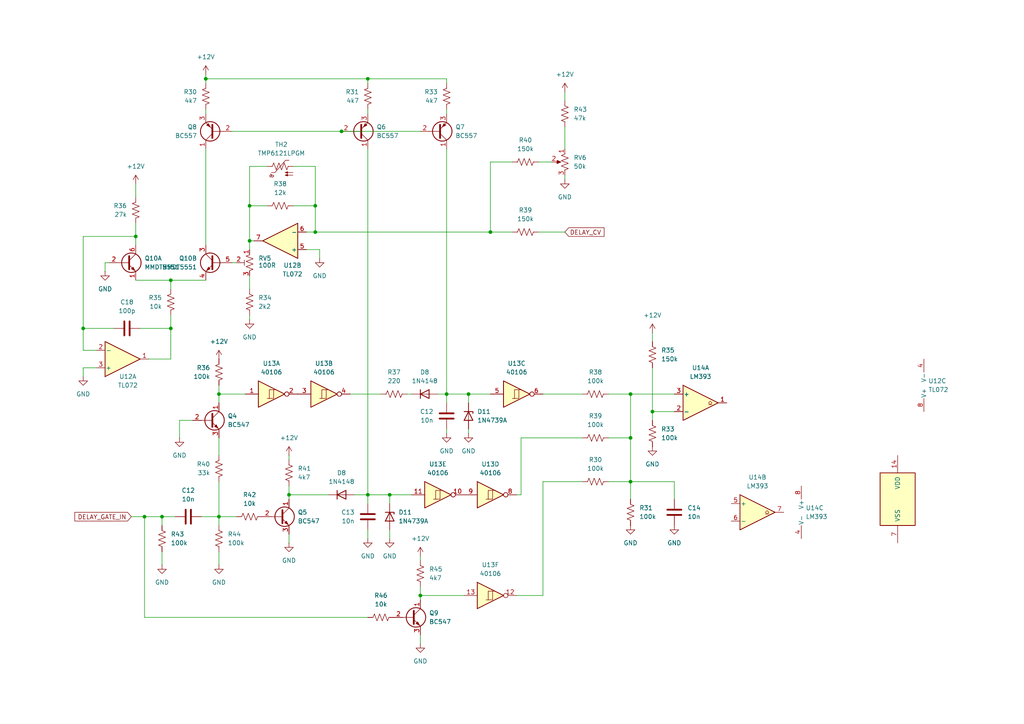
<source format=kicad_sch>
(kicad_sch (version 20250114) (generator "eeschema") (generator_version "9.0")
  (paper "A4")
  (text "vb1" (at -71.374 10.922 0) (effects (font (size 1.27 1.27))))
  (text "ip" (at -122.174 78.486 0) (effects (font (size 1.27 1.27))))
  (text "VL" (at -90.678 36.322 0) (effects (font (size 1.27 1.27))))
  (text "vin" (at -2.54 -2.54 0) (effects (font (size 1.27 1.27))))
  (text "ve" (at -58.42 13.208 0) (effects (font (size 1.27 1.27))))
  (text "vb2" (at -45.466 10.922 0) (effects (font (size 1.27 1.27))))
  (text "ip" (at -48.514 -10.414 0) (effects (font (size 1.27 1.27))))
  (junction (at 46.99 149.86))
  (junction (at 49.53 81.28))
  (junction (at -81.28 25.4))
  (junction (at 135.89 114.3))
  (junction (at 59.69 22.86))
  (junction (at 72.39 69.85))
  (junction (at -17.78 -6.35))
  (junction (at 63.5 149.86))
  (junction (at 99.06 38.1))
  (junction (at 39.37 68.58))
  (junction (at 182.88 139.7))
  (junction (at 106.68 143.51))
  (junction (at -38.1 -6.35))
  (junction (at -58.42 15.24))
  (junction (at 106.68 22.86))
  (junction (at 182.88 114.3))
  (junction (at 72.39 59.69))
  (junction (at 91.44 67.31))
  (junction (at 182.88 127))
  (junction (at -119.38 66.04))
  (junction (at 121.92 172.72))
  (junction (at 49.53 95.25))
  (junction (at -58.42 25.4))
  (junction (at 142.24 67.31))
  (junction (at 83.82 143.51))
  (junction (at 24.13 95.25))
  (junction (at -17.78 -1.27))
  (junction (at -64.77 1.27))
  (junction (at -106.68 50.8))
  (junction (at -127 50.8))
  (junction (at -127 73.66))
  (junction (at 91.44 59.69))
  (junction (at 63.5 114.3))
  (junction (at 129.54 114.3))
  (junction (at 113.03 143.51))
  (junction (at 41.91 149.86))
  (junction (at -106.68 76.2))
  (junction (at -38.1 1.27))
  (junction (at -83.82 76.2))
  (junction (at -114.3 66.04))
  (junction (at 189.23 119.38))
  (wire (pts (xy 30.48 76.2) (xy 31.75 76.2)))
  (wire (pts (xy 195.58 139.7) (xy 195.58 144.78)))
  (wire (pts (xy 113.03 143.51) (xy 119.38 143.51)))
  (wire (pts (xy 163.83 26.67) (xy 163.83 29.21)))
  (wire (pts (xy -119.38 66.04) (xy -114.3 66.04)))
  (wire (pts (xy 182.88 139.7) (xy 195.58 139.7)))
  (wire (pts (xy -81.28 1.27) (xy -64.77 1.27)))
  (wire (pts (xy -44.45 8.89) (xy -41.91 8.89)))
  (wire (pts (xy 106.68 153.67) (xy 106.68 156.21)))
  (wire (pts (xy -17.78 3.81) (xy -20.32 3.81)))
  (wire (pts (xy -52.07 -21.59) (xy -52.07 3.81)))
  (wire (pts (xy 49.53 95.25) (xy 49.53 104.14)))
  (wire (pts (xy 121.92 162.56) (xy 121.92 161.29)))
  (wire (pts (xy 68.58 76.2) (xy 67.31 76.2)))
  (wire (pts (xy 92.71 74.93) (xy 92.71 72.39)))
  (wire (pts (xy -83.82 87.63) (xy -83.82 90.17)))
  (wire (pts (xy 106.68 43.18) (xy 106.68 143.51)))
  (wire (pts (xy 129.54 116.84) (xy 129.54 114.3)))
  (wire (pts (xy 129.54 124.46) (xy 129.54 125.73)))
  (wire (pts (xy 59.69 43.18) (xy 59.69 71.12)))
  (wire (pts (xy 72.39 69.85) (xy 73.66 69.85)))
  (wire (pts (xy 38.1 149.86) (xy 41.91 149.86)))
  (wire (pts (xy 129.54 31.75) (xy 129.54 33.02)))
  (wire (pts (xy 59.69 22.86) (xy 59.69 24.13)))
  (wire (pts (xy 182.88 127) (xy 182.88 139.7)))
  (wire (pts (xy 24.13 68.58) (xy 39.37 68.58)))
  (wire (pts (xy 24.13 109.22) (xy 24.13 106.68)))
  (wire (pts (xy -106.68 52.07) (xy -106.68 50.8)))
  (wire (pts (xy 83.82 133.35) (xy 83.82 132.08)))
  (wire (pts (xy 176.53 127) (xy 182.88 127)))
  (wire (pts (xy 106.68 146.05) (xy 106.68 143.51)))
  (wire (pts (xy -17.78 -6.35) (xy -17.78 -1.27)))
  (wire (pts (xy 113.03 146.05) (xy 113.03 143.51)))
  (wire (pts (xy -64.77 13.97) (xy -64.77 15.24)))
  (wire (pts (xy -63.5 35.56) (xy -58.42 35.56)))
  (wire (pts (xy 121.92 172.72) (xy 121.92 173.99)))
  (wire (pts (xy -58.42 24.13) (xy -58.42 25.4)))
  (wire (pts (xy -64.77 0) (xy -64.77 1.27)))
  (wire (pts (xy 91.44 67.31) (xy 142.24 67.31)))
  (wire (pts (xy 189.23 96.52) (xy 189.23 99.06)))
  (wire (pts (xy -106.68 76.2) (xy -101.6 76.2)))
  (wire (pts (xy 46.99 160.02) (xy 46.99 163.83)))
  (wire (pts (xy 30.48 78.74) (xy 30.48 76.2)))
  (wire (pts (xy 135.89 114.3) (xy 142.24 114.3)))
  (wire (pts (xy -83.82 50.8) (xy -83.82 52.07)))
  (wire (pts (xy 129.54 22.86) (xy 129.54 24.13)))
  (wire (pts (xy 58.42 149.86) (xy 63.5 149.86)))
  (wire (pts (xy 72.39 59.69) (xy 72.39 69.85)))
  (wire (pts (xy 27.94 101.6) (xy 24.13 101.6)))
  (wire (pts (xy 83.82 154.94) (xy 83.82 157.48)))
  (wire (pts (xy -38.1 12.7) (xy -38.1 15.24)))
  (wire (pts (xy 163.83 52.07) (xy 163.83 50.8)))
  (wire (pts (xy -106.68 76.2) (xy -106.68 80.01)))
  (wire (pts (xy 113.03 156.21) (xy 113.03 153.67)))
  (wire (pts (xy -101.6 90.17) (xy -101.6 87.63)))
  (wire (pts (xy -64.77 -11.43) (xy -64.77 -7.62)))
  (wire (pts (xy -31.75 -15.24) (xy -38.1 -15.24)))
  (wire (pts (xy 101.6 114.3) (xy 110.49 114.3)))
  (wire (pts (xy -76.2 8.89) (xy -72.39 8.89)))
  (wire (pts (xy -17.78 -1.27) (xy -20.32 -1.27)))
  (wire (pts (xy -127 50.8) (xy -106.68 50.8)))
  (wire (pts (xy 63.5 111.76) (xy 63.5 114.3)))
  (wire (pts (xy -64.77 128.27) (xy -64.77 132.08)))
  (wire (pts (xy 121.92 170.18) (xy 121.92 172.72)))
  (wire (pts (xy 91.44 48.26) (xy 91.44 59.69)))
  (wire (pts (xy 189.23 119.38) (xy 189.23 121.92)))
  (wire (pts (xy -24.13 -15.24) (xy -17.78 -15.24)))
  (wire (pts (xy 119.38 114.3) (xy 118.11 114.3)))
  (wire (pts (xy 39.37 64.77) (xy 39.37 68.58)))
  (wire (pts (xy 52.07 121.92) (xy 55.88 121.92)))
  (wire (pts (xy 149.86 172.72) (xy 157.48 172.72)))
  (wire (pts (xy -81.28 33.02) (xy -81.28 25.4)))
  (wire (pts (xy -38.1 22.86) (xy -38.1 25.4)))
  (wire (pts (xy 72.39 80.01) (xy 72.39 83.82)))
  (wire (pts (xy -81.28 25.4) (xy -73.66 25.4)))
  (wire (pts (xy 59.69 21.59) (xy 59.69 22.86)))
  (wire (pts (xy 50.8 149.86) (xy 46.99 149.86)))
  (wire (pts (xy 148.59 46.99) (xy 142.24 46.99)))
  (wire (pts (xy 157.48 172.72) (xy 157.48 139.7)))
  (wire (pts (xy -119.38 73.66) (xy -119.38 66.04)))
  (wire (pts (xy 106.68 143.51) (xy 113.03 143.51)))
  (wire (pts (xy -38.1 1.27) (xy -38.1 5.08)))
  (wire (pts (xy -78.74 80.01) (xy -78.74 76.2)))
  (wire (pts (xy 72.39 48.26) (xy 72.39 59.69)))
  (wire (pts (xy -64.77 1.27) (xy -64.77 3.81)))
  (wire (pts (xy 83.82 143.51) (xy 95.25 143.51)))
  (wire (pts (xy 39.37 68.58) (xy 39.37 71.12)))
  (wire (pts (xy 2.54 -1.27) (xy -7.62 -1.27)))
  (wire (pts (xy -64.77 118.11) (xy -64.77 120.65)))
  (wire (pts (xy 106.68 143.51) (xy 102.87 143.51)))
  (wire (pts (xy -17.78 6.35) (xy -17.78 3.81)))
  (wire (pts (xy -59.69 124.46) (xy -60.96 124.46)))
  (wire (pts (xy 135.89 114.3) (xy 135.89 116.84)))
  (wire (pts (xy -83.82 59.69) (xy -83.82 60.96)))
  (wire (pts (xy 142.24 67.31) (xy 148.59 67.31)))
  (wire (pts (xy 151.13 127) (xy 151.13 143.51)))
  (wire (pts (xy -52.07 124.46) (xy -45.72 124.46)))
  (wire (pts (xy -38.1 -15.24) (xy -38.1 -6.35)))
  (wire (pts (xy 39.37 53.34) (xy 39.37 57.15)))
  (wire (pts (xy 85.09 48.26) (xy 91.44 48.26)))
  (wire (pts (xy 189.23 119.38) (xy 195.58 119.38)))
  (wire (pts (xy 63.5 139.7) (xy 63.5 149.86)))
  (wire (pts (xy 121.92 184.15) (xy 121.92 186.69)))
  (wire (pts (xy 142.24 46.99) (xy 142.24 67.31)))
  (wire (pts (xy -78.74 90.17) (xy -78.74 87.63)))
  (wire (pts (xy 41.91 149.86) (xy 41.91 179.07)))
  (wire (pts (xy -58.42 35.56) (xy -58.42 25.4)))
  (wire (pts (xy -58.42 15.24) (xy -52.07 15.24)))
  (wire (pts (xy 91.44 67.31) (xy 88.9 67.31)))
  (wire (pts (xy 72.39 91.44) (xy 72.39 92.71)))
  (wire (pts (xy 99.06 38.1) (xy 121.92 38.1)))
  (wire (pts (xy -52.07 15.24) (xy -52.07 13.97)))
  (wire (pts (xy 46.99 149.86) (xy 46.99 152.4)))
  (wire (pts (xy 77.47 48.26) (xy 72.39 48.26)))
  (wire (pts (xy -127 73.66) (xy -119.38 73.66)))
  (wire (pts (xy -38.1 -6.35) (xy -38.1 1.27)))
  (wire (pts (xy 129.54 114.3) (xy 127 114.3)))
  (wire (pts (xy -78.74 76.2) (xy -83.82 76.2)))
  (wire (pts (xy 49.53 81.28) (xy 59.69 81.28)))
  (wire (pts (xy 106.68 31.75) (xy 106.68 33.02)))
  (wire (pts (xy -81.28 25.4) (xy -81.28 1.27)))
  (wire (pts (xy -127 50.8) (xy -127 52.07)))
  (wire (pts (xy -106.68 71.12) (xy -106.68 76.2)))
  (wire (pts (xy -58.42 15.24) (xy -58.42 16.51)))
  (wire (pts (xy 41.91 179.07) (xy 106.68 179.07)))
  (wire (pts (xy 135.89 125.73) (xy 135.89 124.46)))
  (wire (pts (xy 49.53 91.44) (xy 49.53 95.25)))
  (wire (pts (xy -38.1 1.27) (xy -35.56 1.27)))
  (wire (pts (xy -83.82 76.2) (xy -83.82 80.01)))
  (wire (pts (xy 40.64 95.25) (xy 49.53 95.25)))
  (wire (pts (xy -106.68 50.8) (xy -83.82 50.8)))
  (wire (pts (xy 106.68 22.86) (xy 106.68 24.13)))
  (wire (pts (xy -17.78 -15.24) (xy -17.78 -6.35)))
  (wire (pts (xy 59.69 31.75) (xy 59.69 33.02)))
  (wire (pts (xy -64.77 15.24) (xy -58.42 15.24)))
  (wire (pts (xy 52.07 127) (xy 52.07 121.92)))
  (wire (pts (xy 39.37 81.28) (xy 49.53 81.28)))
  (wire (pts (xy -127 59.69) (xy -127 60.96)))
  (wire (pts (xy 91.44 59.69) (xy 91.44 67.31)))
  (wire (pts (xy 67.31 38.1) (xy 99.06 38.1)))
  (wire (pts (xy 24.13 106.68) (xy 27.94 106.68)))
  (wire (pts (xy -127 71.12) (xy -127 73.66)))
  (wire (pts (xy -127 73.66) (xy -127 87.63)))
  (wire (pts (xy 24.13 68.58) (xy 24.13 95.25)))
  (wire (pts (xy 189.23 106.68) (xy 189.23 119.38)))
  (wire (pts (xy 129.54 114.3) (xy 135.89 114.3)))
  (wire (pts (xy 77.47 59.69) (xy 72.39 59.69)))
  (wire (pts (xy 151.13 143.51) (xy 149.86 143.51)))
  (wire (pts (xy 129.54 43.18) (xy 129.54 114.3)))
  (wire (pts (xy 49.53 83.82) (xy 49.53 81.28)))
  (wire (pts (xy 106.68 22.86) (xy 129.54 22.86)))
  (wire (pts (xy 43.18 104.14) (xy 49.53 104.14)))
  (wire (pts (xy 163.83 67.31) (xy 156.21 67.31)))
  (wire (pts (xy 195.58 114.3) (xy 182.88 114.3)))
  (wire (pts (xy 176.53 139.7) (xy 182.88 139.7)))
  (wire (pts (xy 151.13 127) (xy 168.91 127)))
  (wire (pts (xy 157.48 114.3) (xy 168.91 114.3)))
  (wire (pts (xy 182.88 114.3) (xy 182.88 127)))
  (wire (pts (xy -76.2 8.89) (xy -76.2 12.7)))
  (wire (pts (xy 63.5 149.86) (xy 63.5 152.4)))
  (wire (pts (xy 83.82 140.97) (xy 83.82 143.51)))
  (wire (pts (xy 92.71 72.39) (xy 88.9 72.39)))
  (wire (pts (xy -106.68 87.63) (xy -106.68 90.17)))
  (wire (pts (xy -24.13 -6.35) (xy -17.78 -6.35)))
  (wire (pts (xy 160.02 46.99) (xy 156.21 46.99)))
  (wire (pts (xy 85.09 59.69) (xy 91.44 59.69)))
  (wire (pts (xy -66.04 25.4) (xy -58.42 25.4)))
  (wire (pts (xy 83.82 143.51) (xy 83.82 144.78)))
  (wire (pts (xy 121.92 172.72) (xy 134.62 172.72)))
  (wire (pts (xy 24.13 95.25) (xy 33.02 95.25)))
  (wire (pts (xy 176.53 114.3) (xy 182.88 114.3)))
  (wire (pts (xy 63.5 160.02) (xy 63.5 163.83)))
  (wire (pts (xy 63.5 114.3) (xy 71.12 114.3)))
  (wire (pts (xy -92.71 38.1) (xy -78.74 38.1)))
  (wire (pts (xy 157.48 139.7) (xy 168.91 139.7)))
  (wire (pts (xy -101.6 80.01) (xy -101.6 76.2)))
  (wire (pts (xy -83.82 71.12) (xy -83.82 76.2)))
  (wire (pts (xy 72.39 72.39) (xy 72.39 69.85)))
  (wire (pts (xy -15.24 -1.27) (xy -17.78 -1.27)))
  (wire (pts (xy 63.5 149.86) (xy 68.58 149.86)))
  (wire (pts (xy 24.13 101.6) (xy 24.13 95.25)))
  (wire (pts (xy -78.74 33.02) (xy -81.28 33.02)))
  (wire (pts (xy 59.69 22.86) (xy 106.68 22.86)))
  (wire (pts (xy -106.68 59.69) (xy -106.68 60.96)))
  (wire (pts (xy -31.75 -6.35) (xy -38.1 -6.35)))
  (wire (pts (xy 182.88 139.7) (xy 182.88 144.78)))
  (wire (pts (xy -127 49.53) (xy -127 50.8)))
  (wire (pts (xy -114.3 66.04) (xy -91.44 66.04)))
  (wire (pts (xy 63.5 114.3) (xy 63.5 116.84)))
  (wire (pts (xy 63.5 132.08) (xy 63.5 127)))
  (wire (pts (xy 41.91 149.86) (xy 46.99 149.86)))
  (wire (pts (xy 163.83 36.83) (xy 163.83 43.18)))
  (global_label "DELAY_GATE_IN" (shape input) (at 38.1 149.86 180) (property "Intersheetrefs" "${INTERSHEET_REFS}" (effects (hide yes))))
  (global_label "DELAY_CV" (shape input) (at 163.83 67.31 0) (property "Intersheetrefs" "${INTERSHEET_REFS}" (effects (hide yes))))
  (symbol (lib_id "Device:R_US") (at -64.77 114.3 0) (unit 1)
    (property "Reference" "R52" (effects (hide yes)))
    (property "Value" "1M" (at -62.23 115.5699 0) (effects (justify left)))
    (property "Description" "Resistor, US symbol" (effects (hide yes)))
  )
  (symbol (lib_id "Comparator:LM393") (at 203.2 116.84 0) (unit 1)
    (property "Reference" "U14" (at 203.2 106.68 0))
    (property "Value" "LM393" (at 203.2 109.22 0))
    (property "Datasheet" "http://www.ti.com/lit/ds/symlink/lm393.pdf" (effects (hide yes)))
    (property "Description" "Low-Power, Low-Offset Voltage, Dual Comparators, DIP-8/SOIC-8/TO-99-8" (effects (hide yes)))
  )
  (symbol (lib_id "Device:R_US") (at 63.5 135.89 0) (mirror x) (unit 1)
    (property "Reference" "R40" (at 60.96 134.6199 0) (effects (justify right)))
    (property "Value" "33k" (at 60.96 137.1599 0) (effects (justify right)))
    (property "Description" "Resistor, US symbol" (effects (hide yes)))
  )
  (symbol (lib_id "Device:R_US") (at -11.43 -1.27 90) (mirror x) (unit 1)
    (property "Reference" "R51" (effects (hide yes)))
    (property "Value" "R1" (at -12.7 -4.318 90) (effects (justify right)))
    (property "Description" "Resistor, US symbol" (effects (hide yes)))
  )
  (symbol (lib_id "power:+12V") (at 63.5 104.14 0) (unit 1)
    (property "Reference" "#PWR070" (effects (hide yes)))
    (property "Value" "+12V" (at 63.5 99.06 0))
    (property "Description" "Power symbol creates a global label with name \"+12V\"" (effects (hide yes)))
  )
  (symbol (lib_name "BC547_1") (lib_id "Transistor_BJT:BC547") (at -49.53 8.89 0) (mirror y) (unit 1)
    (property "Reference" "Q17" (effects (hide yes)))
    (property "Value" "Q2" (at -53.34 5.334 0) (effects (justify left)))
    (property "Footprint" "Package_TO_SOT_THT:TO-92_Inline" (effects (hide yes)))
    (property "Datasheet" "https://www.onsemi.com/pub/Collateral/BC550-D.pdf" (effects (hide yes)))
    (property "Description" "0.1A Ic, 45V Vce, Small Signal NPN Transistor, TO-92" (effects (hide yes)))
  )
  (symbol (lib_id "Device:C") (at 195.58 148.59 180) (unit 1)
    (property "Reference" "C14" (at 199.39 147.3199 0) (effects (justify right)))
    (property "Value" "10n" (at 199.39 149.8599 0) (effects (justify right)))
    (property "Description" "Unpolarized capacitor" (effects (hide yes)))
  )
  (symbol (lib_id "Device:R_US") (at 121.92 166.37 0) (unit 1)
    (property "Reference" "R45" (at 124.46 165.0999 0) (effects (justify left)))
    (property "Value" "4k7" (at 124.46 167.6399 0) (effects (justify left)))
    (property "Description" "Resistor, US symbol" (effects (hide yes)))
  )
  (symbol (lib_id "power:GND") (at 83.82 157.48 0) (unit 1)
    (property "Reference" "#PWR081" (effects (hide yes)))
    (property "Value" "GND" (at 83.82 162.56 0))
    (property "Description" "Power symbol creates a global label with name \"GND\" , ground" (effects (hide yes)))
  )
  (symbol (lib_id "power:GND") (at 106.68 156.21 0) (unit 1)
    (property "Reference" "#PWR079" (effects (hide yes)))
    (property "Value" "GND" (at 106.68 161.29 0))
    (property "Description" "Power symbol creates a global label with name \"GND\" , ground" (effects (hide yes)))
  )
  (symbol (lib_id "power:+12V") (at 163.83 26.67 0) (unit 1)
    (property "Reference" "#PWR058" (effects (hide yes)))
    (property "Value" "+12V" (at 163.83 21.59 0))
    (property "Description" "Power symbol creates a global label with name \"+12V\"" (effects (hide yes)))
  )
  (symbol (lib_id "4xxx:40106") (at 127 143.51 0) (unit 5)
    (property "Reference" "U13" (at 127 134.62 0))
    (property "Value" "40106" (at 127 137.16 0))
    (property "Datasheet" "https://assets.nexperia.com/documents/data-sheet/HEF40106B.pdf" (effects (hide yes)))
    (property "Description" "Hex Schmitt trigger inverter" (effects (hide yes)))
  )
  (symbol (lib_id "power:GND") (at -76.2 12.7 0) (unit 1)
    (property "Reference" "#PWR055" (effects (hide yes)))
    (property "Value" "GND" (at -76.2 17.78 0))
    (property "Description" "Power symbol creates a global label with name \"GND\" , ground" (effects (hide yes)))
  )
  (symbol (lib_id "Device:R_US") (at 46.99 156.21 0) (unit 1)
    (property "Reference" "R43" (at 49.53 154.9399 0) (effects (justify left)))
    (property "Value" "100k" (at 49.53 157.4799 0) (effects (justify left)))
    (property "Description" "Resistor, US symbol" (effects (hide yes)))
  )
  (symbol (lib_id "Amplifier_Operational:TL072") (at 81.28 69.85 180) (unit 2)
    (property "Reference" "U12" (at 84.836 76.962 0))
    (property "Value" "TL072" (at 84.836 79.502 0))
    (property "Datasheet" "http://www.ti.com/lit/ds/symlink/tl071.pdf" (effects (hide yes)))
    (property "Description" "Dual Low-Noise JFET-Input Operational Amplifiers, DIP-8/SOIC-8" (effects (hide yes)))
  )
  (symbol (lib_id "Device:R_US") (at 83.82 137.16 0) (unit 1)
    (property "Reference" "R41" (at 86.36 135.8899 0) (effects (justify left)))
    (property "Value" "4k7" (at 86.36 138.4299 0) (effects (justify left)))
    (property "Description" "Resistor, US symbol" (effects (hide yes)))
  )
  (symbol (lib_id "Device:R_US") (at -55.88 124.46 90) (unit 1)
    (property "Reference" "R53" (effects (hide yes)))
    (property "Value" "100k" (at -55.88 120.65 90))
    (property "Description" "Resistor, US symbol" (effects (hide yes)))
  )
  (symbol (lib_id "Diode:1N47xxA") (at 135.89 120.65 270) (unit 1)
    (property "Reference" "D11" (at 138.43 119.3799 90) (effects (justify left)))
    (property "Value" "1N4739A" (at 138.43 121.9199 90) (effects (justify left)))
    (property "Footprint" "Diode_THT:D_DO-41_SOD81_P10.16mm_Horizontal" (effects (hide yes)))
    (property "Datasheet" "https://www.vishay.com/docs/85816/1n4728a.pdf" (effects (hide yes)))
    (property "Description" "1300mW Silicon planar power Zener diodes, DO-41" (effects (hide yes)))
  )
  (symbol (lib_id "power:GND") (at 52.07 127 0) (unit 1)
    (property "Reference" "#PWR074" (effects (hide yes)))
    (property "Value" "GND" (at 52.07 132.08 0))
    (property "Description" "Power symbol creates a global label with name \"GND\" , ground" (effects (hide yes)))
  )
  (symbol (lib_id "Device:R_US") (at 110.49 179.07 90) (unit 1)
    (property "Reference" "R46" (at 110.49 172.72 90))
    (property "Value" "10k" (at 110.49 175.26 90))
    (property "Description" "Resistor, US symbol" (effects (hide yes)))
  )
  (symbol (lib_id "power:GND") (at 182.88 152.4 0) (unit 1)
    (property "Reference" "#PWR077" (effects (hide yes)))
    (property "Value" "GND" (at 182.88 157.48 0))
    (property "Description" "Power symbol creates a global label with name \"GND\" , ground" (effects (hide yes)))
  )
  (symbol (lib_id "Device:R_US") (at 72.39 87.63 180) (unit 1)
    (property "Reference" "R34" (at 74.93 86.3599 0) (effects (justify right)))
    (property "Value" "2k2" (at 74.93 88.8999 0) (effects (justify right)))
    (property "Description" "Resistor, US symbol" (effects (hide yes)))
  )
  (symbol (lib_id "Device:R_US") (at 72.39 149.86 90) (unit 1)
    (property "Reference" "R42" (at 72.39 143.51 90))
    (property "Value" "10k" (at 72.39 146.05 90))
    (property "Description" "Resistor, US symbol" (effects (hide yes)))
  )
  (symbol (lib_id "power:GND") (at 63.5 163.83 0) (unit 1)
    (property "Reference" "#PWR084" (effects (hide yes)))
    (property "Value" "GND" (at 63.5 168.91 0))
    (property "Description" "Power symbol creates a global label with name \"GND\" , ground" (effects (hide yes)))
  )
  (symbol (lib_id "power:GND") (at 135.89 125.73 0) (unit 1)
    (property "Reference" "#PWR073" (effects (hide yes)))
    (property "Value" "GND" (at 135.89 130.81 0))
    (property "Description" "Power symbol creates a global label with name \"GND\" , ground" (effects (hide yes)))
  )
  (symbol (lib_id "Device:R_US") (at 152.4 46.99 90) (unit 1)
    (property "Reference" "R40" (at 152.4 40.64 90))
    (property "Value" "150k" (at 152.4 43.18 90))
    (property "Description" "Resistor, US symbol" (effects (hide yes)))
  )
  (symbol (lib_id "power:+12V") (at 121.92 161.29 0) (unit 1)
    (property "Reference" "#PWR082" (effects (hide yes)))
    (property "Value" "+12V" (at 121.92 156.21 0))
    (property "Description" "Power symbol creates a global label with name \"+12V\"" (effects (hide yes)))
  )
  (symbol (lib_id "Device:C") (at -69.85 25.4 270) (unit 1)
    (property "Reference" "C17" (effects (hide yes)))
    (property "Value" "100p" (at -67.564 21.082 90) (effects (justify right)))
    (property "Description" "Unpolarized capacitor" (effects (hide yes)))
  )
  (symbol (lib_id "Transistor_BJT:BC547") (at 60.96 121.92 0) (unit 1)
    (property "Reference" "Q4" (at 66.04 120.6499 0) (effects (justify left)))
    (property "Value" "BC547" (at 66.04 123.1899 0) (effects (justify left)))
    (property "Footprint" "Package_TO_SOT_THT:TO-92_Inline" (effects (hide yes)))
    (property "Datasheet" "https://www.onsemi.com/pub/Collateral/BC550-D.pdf" (effects (hide yes)))
    (property "Description" "0.1A Ic, 45V Vce, Small Signal NPN Transistor, TO-92" (effects (hide yes)))
  )
  (symbol (lib_id "power:GND") (at 72.39 92.71 0) (unit 1)
    (property "Reference" "#PWR068" (effects (hide yes)))
    (property "Value" "GND" (at 72.39 97.79 0))
    (property "Description" "Power symbol creates a global label with name \"GND\" , ground" (effects (hide yes)))
  )
  (symbol (lib_id "power:GND") (at 195.58 152.4 0) (unit 1)
    (property "Reference" "#PWR078" (effects (hide yes)))
    (property "Value" "GND" (at 195.58 157.48 0))
    (property "Description" "Power symbol creates a global label with name \"GND\" , ground" (effects (hide yes)))
  )
  (symbol (lib_id "Comparator:LM393") (at 219.71 148.59 0) (unit 2)
    (property "Reference" "U14" (at 219.71 138.43 0))
    (property "Value" "LM393" (at 219.71 140.97 0))
    (property "Datasheet" "http://www.ti.com/lit/ds/symlink/lm393.pdf" (effects (hide yes)))
    (property "Description" "Low-Power, Low-Offset Voltage, Dual Comparators, DIP-8/SOIC-8/TO-99-8" (effects (hide yes)))
  )
  (symbol (lib_name "BC547_1") (lib_id "Transistor_BJT:BC547") (at -67.31 8.89 0) (unit 1)
    (property "Reference" "Q16" (effects (hide yes)))
    (property "Value" "Q1" (at -63.5 5.334 0) (effects (justify left)))
    (property "Footprint" "Package_TO_SOT_THT:TO-92_Inline" (effects (hide yes)))
    (property "Datasheet" "https://www.onsemi.com/pub/Collateral/BC550-D.pdf" (effects (hide yes)))
    (property "Description" "0.1A Ic, 45V Vce, Small Signal NPN Transistor, TO-92" (effects (hide yes)))
  )
  (symbol (lib_id "Device:R_US") (at 172.72 127 90) (unit 1)
    (property "Reference" "R39" (at 172.72 120.65 90))
    (property "Value" "100k" (at 172.72 123.19 90))
    (property "Description" "Resistor, US symbol" (effects (hide yes)))
  )
  (symbol (lib_name "TL072_1") (lib_id "Amplifier_Operational:TL072") (at -27.94 1.27 180) (unit 1)
    (property "Reference" "U10" (effects (hide yes)))
    (property "Value" "TL072" (effects (hide yes)))
    (property "Datasheet" "http://www.ti.com/lit/ds/symlink/tl071.pdf" (effects (hide yes)))
    (property "Description" "Dual Low-Noise JFET-Input Operational Amplifiers, DIP-8/SOIC-8" (effects (hide yes)))
  )
  (symbol (lib_id "Diode:1N47xxA") (at 113.03 149.86 270) (unit 1)
    (property "Reference" "D11" (at 115.57 148.5899 90) (effects (justify left)))
    (property "Value" "1N4739A" (at 115.57 151.1299 90) (effects (justify left)))
    (property "Footprint" "Diode_THT:D_DO-41_SOD81_P10.16mm_Horizontal" (effects (hide yes)))
    (property "Datasheet" "https://www.vishay.com/docs/85816/1n4728a.pdf" (effects (hide yes)))
    (property "Description" "1300mW Silicon planar power Zener diodes, DO-41" (effects (hide yes)))
  )
  (symbol (lib_id "Device:R_US") (at -127 55.88 0) (mirror x) (unit 1)
    (property "Reference" "R37" (effects (hide yes)))
    (property "Value" "RE" (at -129.54 57.1499 0) (effects (justify right)))
    (property "Description" "Resistor, US symbol" (effects (hide yes)))
  )
  (symbol (lib_id "power:+12V") (at -64.77 -11.43 0) (unit 1)
    (property "Reference" "#PWR054" (effects (hide yes)))
    (property "Value" "+12V" (at -64.77 -16.51 0))
    (property "Description" "Power symbol creates a global label with name \"+12V\"" (effects (hide yes)))
  )
  (symbol (lib_id "Transistor_BJT:BC557") (at 127 38.1 0) (mirror x) (unit 1)
    (property "Reference" "Q7" (at 132.08 36.8299 0) (effects (justify left)))
    (property "Value" "BC557" (at 132.08 39.3699 0) (effects (justify left)))
    (property "Footprint" "Package_TO_SOT_THT:TO-92_Inline" (effects (hide yes)))
    (property "Datasheet" "https://www.onsemi.com/pub/Collateral/BC556BTA-D.pdf" (effects (hide yes)))
    (property "Description" "0.1A Ic, 45V Vce, PNP Small Signal Transistor, TO-92" (effects (hide yes)))
  )
  (symbol (lib_id "4xxx:40106") (at 260.35 144.78 0) (unit 7)
    (property "Reference" "U13" (effects (hide yes)))
    (property "Value" "40106" (effects (hide yes)))
    (property "Datasheet" "https://assets.nexperia.com/documents/data-sheet/HEF40106B.pdf" (effects (hide yes)))
    (property "Description" "Hex Schmitt trigger inverter" (effects (hide yes)))
  )
  (symbol (lib_id "Amplifier_Operational:TL072") (at 265.43 111.76 180) (unit 3)
    (property "Reference" "U12" (at 269.24 110.4899 0) (effects (justify right)))
    (property "Value" "TL072" (at 269.24 113.0299 0) (effects (justify right)))
    (property "Datasheet" "http://www.ti.com/lit/ds/symlink/tl071.pdf" (effects (hide yes)))
    (property "Description" "Dual Low-Noise JFET-Input Operational Amplifiers, DIP-8/SOIC-8" (effects (hide yes)))
  )
  (symbol (lib_id "Device:Thermistor_PTC_US") (at -27.94 -15.24 90) (unit 1)
    (property "Reference" "TH1" (effects (hide yes)))
    (property "Value" "Rf1" (at -27.6225 -19.05 90))
    (property "Description" "Temperature dependent resistor, positive temperature coefficient, US symbol" (effects (hide yes)))
  )
  (symbol (lib_id "4xxx:40106") (at 93.98 114.3 0) (unit 2)
    (property "Reference" "U13" (at 93.98 105.41 0))
    (property "Value" "40106" (at 93.98 107.95 0))
    (property "Datasheet" "https://assets.nexperia.com/documents/data-sheet/HEF40106B.pdf" (effects (hide yes)))
    (property "Description" "Hex Schmitt trigger inverter" (effects (hide yes)))
  )
  (symbol (lib_id "Device:R_US") (at 63.5 156.21 0) (unit 1)
    (property "Reference" "R44" (at 66.04 154.9399 0) (effects (justify left)))
    (property "Value" "100k" (at 66.04 157.4799 0) (effects (justify left)))
    (property "Description" "Resistor, US symbol" (effects (hide yes)))
  )
  (symbol (lib_id "power:+12V") (at 39.37 53.34 0) (unit 1)
    (property "Reference" "#PWR061" (effects (hide yes)))
    (property "Value" "+12V" (at 39.37 48.26 0))
    (property "Description" "Power symbol creates a global label with name \"+12V\"" (effects (hide yes)))
  )
  (symbol (lib_id "Device:C") (at 54.61 149.86 90) (unit 1)
    (property "Reference" "C12" (at 54.61 142.24 90))
    (property "Value" "10n" (at 54.61 144.78 90))
    (property "Description" "Unpolarized capacitor" (effects (hide yes)))
  )
  (symbol (lib_id "power:GND") (at -83.82 90.17 0) (unit 1)
    (property "Reference" "#PWR066" (effects (hide yes)))
    (property "Value" "GND" (at -83.82 95.25 0))
    (property "Description" "Power symbol creates a global label with name \"GND\" , ground" (effects (hide yes)))
  )
  (symbol (lib_name "BC557_2") (lib_id "Transistor_BJT:BC557") (at -109.22 66.04 0) (mirror x) (unit 1)
    (property "Reference" "Q12" (effects (hide yes)))
    (property "Value" "Q2" (at -104.14 67.3099 0) (effects (justify left)))
    (property "Footprint" "Package_TO_SOT_THT:TO-92_Inline" (effects (hide yes)))
    (property "Datasheet" "https://www.onsemi.com/pub/Collateral/BC556BTA-D.pdf" (effects (hide yes)))
    (property "Description" "0.1A Ic, 45V Vce, PNP Small Signal Transistor, TO-92" (effects (hide yes)))
  )
  (symbol (lib_id "Device:R_US") (at -27.94 -6.35 270) (mirror x) (unit 1)
    (property "Reference" "R50" (effects (hide yes)))
    (property "Value" "Rf2" (at -27.94 -10.16 90))
    (property "Description" "Resistor, US symbol" (effects (hide yes)))
  )
  (symbol (lib_id "power:GND") (at -38.1 25.4 0) (unit 1)
    (property "Reference" "#PWR057" (effects (hide yes)))
    (property "Value" "GND" (at -38.1 30.48 0))
    (property "Description" "Power symbol creates a global label with name \"GND\" , ground" (effects (hide yes)))
  )
  (symbol (lib_id "Device:R_Potentiometer_Trim_US") (at -38.1 8.89 0) (mirror y) (unit 1)
    (property "Reference" "RV8" (effects (hide yes)))
    (property "Value" "R2'" (at -35.56 8.8899 0) (effects (justify right)))
    (property "Description" "Trim-potentiometer, US symbol" (effects (hide yes)))
  )
  (symbol (lib_id "power:GND") (at 129.54 125.73 0) (unit 1)
    (property "Reference" "#PWR072" (effects (hide yes)))
    (property "Value" "GND" (at 129.54 130.81 0))
    (property "Description" "Power symbol creates a global label with name \"GND\" , ground" (effects (hide yes)))
  )
  (symbol (lib_id "power:GND") (at -101.6 90.17 0) (unit 1)
    (property "Reference" "#PWR065" (effects (hide yes)))
    (property "Value" "GND" (at -101.6 95.25 0))
    (property "Description" "Power symbol creates a global label with name \"GND\" , ground" (effects (hide yes)))
  )
  (symbol (lib_id "Device:C") (at 106.68 149.86 0) (mirror x) (unit 1)
    (property "Reference" "C13" (at 102.87 148.5899 0) (effects (justify right)))
    (property "Value" "10n" (at 102.87 151.1299 0) (effects (justify right)))
    (property "Description" "Unpolarized capacitor" (effects (hide yes)))
  )
  (symbol (lib_id "Device:R_US") (at -83.82 55.88 0) (mirror x) (unit 1)
    (property "Reference" "R41" (effects (hide yes)))
    (property "Value" "RE''" (at -86.36 57.1499 0) (effects (justify right)))
    (property "Description" "Resistor, US symbol" (effects (hide yes)))
  )
  (symbol (lib_id "Transistor_BJT:MMDT5551") (at 36.83 76.2 0) (unit 1)
    (property "Reference" "Q10" (at 41.91 74.9299 0) (effects (justify left)))
    (property "Value" "MMDT5551" (at 41.91 77.4699 0) (effects (justify left)))
    (property "Footprint" "Package_TO_SOT_SMD:SOT-363_SC-70-6" (effects (hide yes)))
    (property "Datasheet" "http://www.diodes.com/_files/datasheets/ds30172.pdf" (effects (hide yes)))
    (property "Description" "200mA IC, 160V Vce, Dual NPN/NPN Transistors, SOT-363" (effects (hide yes)))
  )
  (symbol (lib_id "Transistor_BJT:BC547") (at 119.38 179.07 0) (unit 1)
    (property "Reference" "Q9" (at 124.46 177.7999 0) (effects (justify left)))
    (property "Value" "BC547" (at 124.46 180.3399 0) (effects (justify left)))
    (property "Footprint" "Package_TO_SOT_THT:TO-92_Inline" (effects (hide yes)))
    (property "Datasheet" "https://www.onsemi.com/pub/Collateral/BC550-D.pdf" (effects (hide yes)))
    (property "Description" "0.1A Ic, 45V Vce, Small Signal NPN Transistor, TO-92" (effects (hide yes)))
  )
  (symbol (lib_name "TL072_1") (lib_id "Amplifier_Operational:TL072") (at -71.12 35.56 0) (mirror x) (unit 1)
    (property "Reference" "U11" (effects (hide yes)))
    (property "Value" "TL072" (effects (hide yes)))
    (property "Datasheet" "http://www.ti.com/lit/ds/symlink/tl071.pdf" (effects (hide yes)))
    (property "Description" "Dual Low-Noise JFET-Input Operational Amplifiers, DIP-8/SOIC-8" (effects (hide yes)))
  )
  (symbol (lib_id "Device:R_US") (at 172.72 139.7 90) (unit 1)
    (property "Reference" "R30" (at 172.72 133.35 90))
    (property "Value" "100k" (at 172.72 135.89 90))
    (property "Description" "Resistor, US symbol" (effects (hide yes)))
  )
  (symbol (lib_id "4xxx:40106") (at 149.86 114.3 0) (unit 3)
    (property "Reference" "U13" (at 149.86 105.41 0))
    (property "Value" "40106" (at 149.86 107.95 0))
    (property "Datasheet" "https://assets.nexperia.com/documents/data-sheet/HEF40106B.pdf" (effects (hide yes)))
    (property "Description" "Hex Schmitt trigger inverter" (effects (hide yes)))
  )
  (symbol (lib_id "power:GND") (at -106.68 90.17 0) (unit 1)
    (property "Reference" "#PWR064" (effects (hide yes)))
    (property "Value" "GND" (at -106.68 95.25 0))
    (property "Description" "Power symbol creates a global label with name \"GND\" , ground" (effects (hide yes)))
  )
  (symbol (lib_name "BC557_1") (lib_id "Transistor_BJT:BC557") (at -124.46 66.04 180) (unit 1)
    (property "Reference" "Q11" (effects (hide yes)))
    (property "Value" "Q1" (at -129.54 67.3099 0) (effects (justify left)))
    (property "Footprint" "Package_TO_SOT_THT:TO-92_Inline" (effects (hide yes)))
    (property "Datasheet" "https://www.onsemi.com/pub/Collateral/BC556BTA-D.pdf" (effects (hide yes)))
    (property "Description" "0.1A Ic, 45V Vce, PNP Small Signal Transistor, TO-92" (effects (hide yes)))
  )
  (symbol (lib_id "power:GND") (at 121.92 186.69 0) (unit 1)
    (property "Reference" "#PWR085" (effects (hide yes)))
    (property "Value" "GND" (at 121.92 191.77 0))
    (property "Description" "Power symbol creates a global label with name \"GND\" , ground" (effects (hide yes)))
  )
  (symbol (lib_id "Device:R_US") (at 152.4 67.31 90) (unit 1)
    (property "Reference" "R39" (at 152.4 60.96 90))
    (property "Value" "150k" (at 152.4 63.5 90))
    (property "Description" "Resistor, US symbol" (effects (hide yes)))
  )
  (symbol (lib_id "Device:R_US") (at 106.68 27.94 0) (mirror x) (unit 1)
    (property "Reference" "R31" (at 104.14 26.6699 0) (effects (justify right)))
    (property "Value" "4k7" (at 104.14 29.2099 0) (effects (justify right)))
    (property "Description" "Resistor, US symbol" (effects (hide yes)))
  )
  (symbol (lib_id "Device:R_US") (at 114.3 114.3 90) (unit 1)
    (property "Reference" "R37" (at 114.3 107.95 90))
    (property "Value" "220" (at 114.3 110.49 90))
    (property "Description" "Resistor, US symbol" (effects (hide yes)))
  )
  (symbol (lib_id "4xxx:40106") (at 142.24 143.51 0) (unit 4)
    (property "Reference" "U13" (at 142.24 134.62 0))
    (property "Value" "40106" (at 142.24 137.16 0))
    (property "Datasheet" "https://assets.nexperia.com/documents/data-sheet/HEF40106B.pdf" (effects (hide yes)))
    (property "Description" "Hex Schmitt trigger inverter" (effects (hide yes)))
  )
  (symbol (lib_id "power:+12V") (at -64.77 110.49 0) (unit 1)
    (property "Reference" "#PWR055" (effects (hide yes)))
    (property "Value" "+12V" (at -64.77 105.41 0))
    (property "Description" "Power symbol creates a global label with name \"+12V\"" (effects (hide yes)))
  )
  (symbol (lib_id "Device:C") (at 129.54 120.65 0) (mirror x) (unit 1)
    (property "Reference" "C12" (at 125.73 119.3799 0) (effects (justify right)))
    (property "Value" "10n" (at 125.73 121.9199 0) (effects (justify right)))
    (property "Description" "Unpolarized capacitor" (effects (hide yes)))
  )
  (symbol (lib_id "power:GND") (at 92.71 74.93 0) (mirror y) (unit 1)
    (property "Reference" "#PWR062" (effects (hide yes)))
    (property "Value" "GND" (at 92.71 80.01 0))
    (property "Description" "Power symbol creates a global label with name \"GND\" , ground" (effects (hide yes)))
  )
  (symbol (lib_id "Graphic:SYM_Arrow_Normal") (at -50.8 -10.16 270) (unit 1) (in_bom no) (on_board no)
    (property "Reference" "#SYM2" (effects (hide yes)))
    (property "Value" "SYM_Arrow_Normal" (effects (hide yes)))
    (property "Description" "Filled arrow, 200mil" (effects (hide yes)))
  )
  (symbol (lib_id "Device:R_US") (at 81.28 59.69 90) (unit 1)
    (property "Reference" "R38" (at 81.28 53.34 90))
    (property "Value" "12k" (at 81.28 55.88 90))
    (property "Description" "Resistor, US symbol" (effects (hide yes)))
  )
  (symbol (lib_name "BC557_3") (lib_id "Transistor_BJT:BC557") (at -86.36 66.04 0) (mirror x) (unit 1)
    (property "Reference" "Q13" (effects (hide yes)))
    (property "Value" "Q3" (at -81.28 67.3099 0) (effects (justify left)))
    (property "Footprint" "Package_TO_SOT_THT:TO-92_Inline" (effects (hide yes)))
    (property "Datasheet" "https://www.onsemi.com/pub/Collateral/BC556BTA-D.pdf" (effects (hide yes)))
    (property "Description" "0.1A Ic, 45V Vce, PNP Small Signal Transistor, TO-92" (effects (hide yes)))
  )
  (symbol (lib_id "Device:R_US") (at -64.77 -3.81 180) (unit 1)
    (property "Reference" "R48" (effects (hide yes)))
    (property "Value" "RP" (at -70.104 -3.81 0) (effects (justify right)))
    (property "Description" "Resistor, US symbol" (effects (hide yes)))
  )
  (symbol (lib_id "Device:R_US") (at 49.53 87.63 0) (mirror x) (unit 1)
    (property "Reference" "R35" (at 46.99 86.3599 0) (effects (justify right)))
    (property "Value" "10k" (at 46.99 88.8999 0) (effects (justify right)))
    (property "Description" "Resistor, US symbol" (effects (hide yes)))
  )
  (symbol (lib_id "Transistor_BJT:MMDT5551") (at 62.23 76.2 0) (mirror y) (unit 2)
    (property "Reference" "Q10" (at 57.15 74.9299 0) (effects (justify left)))
    (property "Value" "MMDT5551" (at 57.15 77.4699 0) (effects (justify left)))
    (property "Footprint" "Package_TO_SOT_SMD:SOT-363_SC-70-6" (effects (hide yes)))
    (property "Datasheet" "http://www.diodes.com/_files/datasheets/ds30172.pdf" (effects (hide yes)))
    (property "Description" "200mA IC, 160V Vce, Dual NPN/NPN Transistors, SOT-363" (effects (hide yes)))
  )
  (symbol (lib_id "Device:R_US") (at 59.69 27.94 0) (mirror x) (unit 1)
    (property "Reference" "R30" (at 57.15 26.6699 0) (effects (justify right)))
    (property "Value" "4k7" (at 57.15 29.2099 0) (effects (justify right)))
    (property "Description" "Resistor, US symbol" (effects (hide yes)))
  )
  (symbol (lib_id "power:+12V") (at 189.23 96.52 0) (unit 1)
    (property "Reference" "#PWR069" (effects (hide yes)))
    (property "Value" "+12V" (at 189.23 91.44 0))
    (property "Description" "Power symbol creates a global label with name \"+12V\"" (effects (hide yes)))
  )
  (symbol (lib_id "Device:R_US") (at 39.37 60.96 0) (mirror x) (unit 1)
    (property "Reference" "R36" (at 36.83 59.6899 0) (effects (justify right)))
    (property "Value" "27k" (at 36.83 62.2299 0) (effects (justify right)))
    (property "Description" "Resistor, US symbol" (effects (hide yes)))
  )
  (symbol (lib_id "power:+12V") (at -127 49.53 0) (unit 1)
    (property "Reference" "#PWR059" (effects (hide yes)))
    (property "Value" "+12V" (at -127 44.45 0))
    (property "Description" "Power symbol creates a global label with name \"+12V\"" (effects (hide yes)))
  )
  (symbol (lib_id "Device:C") (at -83.82 83.82 0) (mirror x) (unit 1)
    (property "Reference" "C16" (effects (hide yes)))
    (property "Value" "C" (at -87.63 83.82 0) (effects (justify right)))
    (property "Description" "Unpolarized capacitor" (effects (hide yes)))
  )
  (symbol (lib_id "Device:R_Potentiometer_Trim_US") (at 72.39 76.2 0) (mirror y) (unit 1)
    (property "Reference" "RV5" (at 74.93 74.9299 0) (effects (justify right)))
    (property "Value" "100R" (at 74.93 76.962 0) (effects (justify right)))
    (property "Description" "Trim-potentiometer, US symbol" (effects (hide yes)))
  )
  (symbol (lib_id "Device:R_US") (at 172.72 114.3 90) (unit 1)
    (property "Reference" "R38" (at 172.72 107.95 90))
    (property "Value" "100k" (at 172.72 110.49 90))
    (property "Description" "Resistor, US symbol" (effects (hide yes)))
  )
  (symbol (lib_id "Device:R_US") (at -106.68 55.88 0) (mirror x) (unit 1)
    (property "Reference" "R34" (effects (hide yes)))
    (property "Value" "RE'" (at -109.22 57.1499 0) (effects (justify right)))
    (property "Description" "Resistor, US symbol" (effects (hide yes)))
  )
  (symbol (lib_id "Device:R_Potentiometer_US") (at -64.77 124.46 0) (mirror x) (unit 1)
    (property "Reference" "RV7" (effects (hide yes)))
    (property "Value" "100k" (at -67.31 123.1901 0) (effects (justify right)))
    (property "Description" "Potentiometer, US symbol" (effects (hide yes)))
  )
  (symbol (lib_id "Diode:1N47xxA") (at -78.74 83.82 270) (unit 1)
    (property "Reference" "D13" (effects (hide yes)))
    (property "Value" "1N4739A" (effects (hide yes)))
    (property "Footprint" "Diode_THT:D_DO-41_SOD81_P10.16mm_Horizontal" (effects (hide yes)))
    (property "Datasheet" "https://www.vishay.com/docs/85816/1n4728a.pdf" (effects (hide yes)))
    (property "Description" "1300mW Silicon planar power Zener diodes, DO-41" (effects (hide yes)))
  )
  (symbol (lib_id "4xxx:40106") (at 142.24 172.72 0) (unit 6)
    (property "Reference" "U13" (at 142.24 163.83 0))
    (property "Value" "40106" (at 142.24 166.37 0))
    (property "Datasheet" "https://assets.nexperia.com/documents/data-sheet/HEF40106B.pdf" (effects (hide yes)))
    (property "Description" "Hex Schmitt trigger inverter" (effects (hide yes)))
  )
  (symbol (lib_id "Device:R_US") (at 182.88 148.59 0) (unit 1)
    (property "Reference" "R31" (at 185.42 147.3199 0) (effects (justify left)))
    (property "Value" "100k" (at 185.42 149.8599 0) (effects (justify left)))
    (property "Description" "Resistor, US symbol" (effects (hide yes)))
  )
  (symbol (lib_id "power:GND") (at 113.03 156.21 0) (unit 1)
    (property "Reference" "#PWR080" (effects (hide yes)))
    (property "Value" "GND" (at 113.03 161.29 0))
    (property "Description" "Power symbol creates a global label with name \"GND\" , ground" (effects (hide yes)))
  )
  (symbol (lib_id "power:GND") (at 163.83 52.07 0) (mirror y) (unit 1)
    (property "Reference" "#PWR060" (effects (hide yes)))
    (property "Value" "GND" (at 163.83 57.15 0))
    (property "Description" "Power symbol creates a global label with name \"GND\" , ground" (effects (hide yes)))
  )
  (symbol (lib_id "Diode:1N4148") (at 99.06 143.51 0) (unit 1)
    (property "Reference" "D8" (at 99.06 137.16 0))
    (property "Value" "1N4148" (at 99.06 139.7 0))
    (property "Footprint" "Diode_THT:D_DO-35_SOD27_P7.62mm_Horizontal" (effects (hide yes)))
    (property "Datasheet" "https://assets.nexperia.com/documents/data-sheet/1N4148_1N4448.pdf" (effects (hide yes)))
    (property "Description" "100V 0.15A standard switching diode, DO-35" (effects (hide yes)))
    (property "Sim.Device" "D" (effects (hide yes)))
    (property "Sim.Pins" "1=K 2=A" (effects (hide yes)))
  )
  (symbol (lib_id "Comparator:LM393") (at 234.95 148.59 0) (unit 3)
    (property "Reference" "U14" (at 233.68 147.3199 0) (effects (justify left)))
    (property "Value" "LM393" (at 233.68 149.8599 0) (effects (justify left)))
    (property "Datasheet" "http://www.ti.com/lit/ds/symlink/lm393.pdf" (effects (hide yes)))
    (property "Description" "Low-Power, Low-Offset Voltage, Dual Comparators, DIP-8/SOIC-8/TO-99-8" (effects (hide yes)))
  )
  (symbol (lib_id "Device:C") (at 36.83 95.25 90) (unit 1)
    (property "Reference" "C18" (at 36.83 87.63 90))
    (property "Value" "100p" (at 36.83 90.17 90))
    (property "Description" "Unpolarized capacitor" (effects (hide yes)))
  )
  (symbol (lib_id "Device:R_US") (at 129.54 27.94 0) (mirror x) (unit 1)
    (property "Reference" "R33" (at 127 26.6699 0) (effects (justify right)))
    (property "Value" "4k7" (at 127 29.2099 0) (effects (justify right)))
    (property "Description" "Resistor, US symbol" (effects (hide yes)))
  )
  (symbol (lib_id "power:+12V") (at 83.82 132.08 0) (unit 1)
    (property "Reference" "#PWR076" (effects (hide yes)))
    (property "Value" "+12V" (at 83.82 127 0))
    (property "Description" "Power symbol creates a global label with name \"+12V\"" (effects (hide yes)))
  )
  (symbol (lib_id "Device:R_US") (at -38.1 19.05 0) (mirror y) (unit 1)
    (property "Reference" "R42" (effects (hide yes)))
    (property "Value" "R2" (at -35.306 19.05 0) (effects (justify right)))
    (property "Description" "Resistor, US symbol" (effects (hide yes)))
  )
  (symbol (lib_id "4xxx:40106") (at 78.74 114.3 0) (unit 1)
    (property "Reference" "U13" (at 78.74 105.41 0))
    (property "Value" "40106" (at 78.74 107.95 0))
    (property "Datasheet" "https://assets.nexperia.com/documents/data-sheet/HEF40106B.pdf" (effects (hide yes)))
    (property "Description" "Hex Schmitt trigger inverter" (effects (hide yes)))
  )
  (symbol (lib_id "Diode:1N47xxA") (at -101.6 83.82 270) (unit 1)
    (property "Reference" "D12" (effects (hide yes)))
    (property "Value" "1N4739A" (effects (hide yes)))
    (property "Footprint" "Diode_THT:D_DO-41_SOD81_P10.16mm_Horizontal" (effects (hide yes)))
    (property "Datasheet" "https://www.vishay.com/docs/85816/1n4728a.pdf" (effects (hide yes)))
    (property "Description" "1300mW Silicon planar power Zener diodes, DO-41" (effects (hide yes)))
  )
  (symbol (lib_id "power:GND") (at 30.48 78.74 0) (unit 1)
    (property "Reference" "#PWR063" (effects (hide yes)))
    (property "Value" "GND" (at 30.48 83.82 0))
    (property "Description" "Power symbol creates a global label with name \"GND\" , ground" (effects (hide yes)))
  )
  (symbol (lib_id "power:GND") (at 189.23 129.54 0) (unit 1)
    (property "Reference" "#PWR075" (effects (hide yes)))
    (property "Value" "GND" (at 189.23 134.62 0))
    (property "Description" "Power symbol creates a global label with name \"GND\" , ground" (effects (hide yes)))
  )
  (symbol (lib_id "Amplifier_Operational:TL072") (at 35.56 104.14 0) (mirror x) (unit 1)
    (property "Reference" "U12" (at 37.084 109.22 0))
    (property "Value" "TL072" (at 37.084 111.76 0))
    (property "Datasheet" "http://www.ti.com/lit/ds/symlink/tl071.pdf" (effects (hide yes)))
    (property "Description" "Dual Low-Noise JFET-Input Operational Amplifiers, DIP-8/SOIC-8" (effects (hide yes)))
  )
  (symbol (lib_id "Device:R_US") (at 189.23 102.87 0) (unit 1)
    (property "Reference" "R35" (at 191.77 101.5999 0) (effects (justify left)))
    (property "Value" "150k" (at 191.77 104.1399 0) (effects (justify left)))
    (property "Description" "Resistor, US symbol" (effects (hide yes)))
  )
  (symbol (lib_id "Device:R_US") (at 189.23 125.73 0) (unit 1)
    (property "Reference" "R33" (at 191.77 124.4599 0) (effects (justify left)))
    (property "Value" "100k" (at 191.77 126.9999 0) (effects (justify left)))
    (property "Description" "Resistor, US symbol" (effects (hide yes)))
  )
  (symbol (lib_id "Device:R_Potentiometer_US") (at 163.83 46.99 0) (mirror y) (unit 1)
    (property "Reference" "RV6" (at 166.37 45.7199 0) (effects (justify right)))
    (property "Value" "50k" (at 166.37 48.2599 0) (effects (justify right)))
    (property "Description" "Potentiometer, US symbol" (effects (hide yes)))
  )
  (symbol (lib_id "Device:C") (at -106.68 83.82 0) (mirror x) (unit 1)
    (property "Reference" "C15" (effects (hide yes)))
    (property "Value" "C" (at -110.998 83.82 0) (effects (justify right)))
    (property "Description" "Unpolarized capacitor" (effects (hide yes)))
  )
  (symbol (lib_id "Transistor_BJT:BC557") (at 62.23 38.1 180) (unit 1)
    (property "Reference" "Q8" (at 57.15 36.8299 0) (effects (justify left)))
    (property "Value" "BC557" (at 57.15 39.3699 0) (effects (justify left)))
    (property "Footprint" "Package_TO_SOT_THT:TO-92_Inline" (effects (hide yes)))
    (property "Datasheet" "https://www.onsemi.com/pub/Collateral/BC556BTA-D.pdf" (effects (hide yes)))
    (property "Description" "0.1A Ic, 45V Vce, PNP Small Signal Transistor, TO-92" (effects (hide yes)))
  )
  (symbol (lib_id "Transistor_BJT:BC547") (at 81.28 149.86 0) (unit 1)
    (property "Reference" "Q5" (at 86.36 148.5899 0) (effects (justify left)))
    (property "Value" "BC547" (at 86.36 151.1299 0) (effects (justify left)))
    (property "Footprint" "Package_TO_SOT_THT:TO-92_Inline" (effects (hide yes)))
    (property "Datasheet" "https://www.onsemi.com/pub/Collateral/BC550-D.pdf" (effects (hide yes)))
    (property "Description" "0.1A Ic, 45V Vce, Small Signal NPN Transistor, TO-92" (effects (hide yes)))
  )
  (symbol (lib_id "Device:R_US") (at -58.42 20.32 0) (mirror y) (unit 1)
    (property "Reference" "R49" (effects (hide yes)))
    (property "Value" "10k" (at -55.626 20.32 0) (effects (justify right)))
    (property "Description" "Resistor, US symbol" (effects (hide yes)))
  )
  (symbol (lib_id "power:GND") (at -78.74 90.17 0) (unit 1)
    (property "Reference" "#PWR067" (effects (hide yes)))
    (property "Value" "GND" (at -78.74 95.25 0))
    (property "Description" "Power symbol creates a global label with name \"GND\" , ground" (effects (hide yes)))
  )
  (symbol (lib_id "Diode:1N4148") (at 123.19 114.3 0) (unit 1)
    (property "Reference" "D8" (at 123.19 107.95 0))
    (property "Value" "1N4148" (at 123.19 110.49 0))
    (property "Footprint" "Diode_THT:D_DO-35_SOD27_P7.62mm_Horizontal" (effects (hide yes)))
    (property "Datasheet" "https://assets.nexperia.com/documents/data-sheet/1N4148_1N4448.pdf" (effects (hide yes)))
    (property "Description" "100V 0.15A standard switching diode, DO-35" (effects (hide yes)))
    (property "Sim.Device" "D" (effects (hide yes)))
    (property "Sim.Pins" "1=K 2=A" (effects (hide yes)))
  )
  (symbol (lib_id "power:GND") (at 46.99 163.83 0) (unit 1)
    (property "Reference" "#PWR083" (effects (hide yes)))
    (property "Value" "GND" (at 46.99 168.91 0))
    (property "Description" "Power symbol creates a global label with name \"GND\" , ground" (effects (hide yes)))
  )
  (symbol (lib_id "power:GND") (at 24.13 109.22 0) (unit 1)
    (property "Reference" "#PWR071" (effects (hide yes)))
    (property "Value" "GND" (at 24.13 114.3 0))
    (property "Description" "Power symbol creates a global label with name \"GND\" , ground" (effects (hide yes)))
  )
  (symbol (lib_id "power:GND") (at -17.78 6.35 0) (mirror y) (unit 1)
    (property "Reference" "#PWR054" (effects (hide yes)))
    (property "Value" "GND" (at -17.78 11.43 0))
    (property "Description" "Power symbol creates a global label with name \"GND\" , ground" (effects (hide yes)))
  )
  (symbol (lib_id "Device:R_US") (at 63.5 107.95 0) (mirror y) (unit 1)
    (property "Reference" "R36" (at 60.96 106.6799 0) (effects (justify left)))
    (property "Value" "100k" (at 60.96 109.2199 0) (effects (justify left)))
    (property "Description" "Resistor, US symbol" (effects (hide yes)))
  )
  (symbol (lib_id "Transistor_BJT:BC557") (at 104.14 38.1 0) (mirror x) (unit 1)
    (property "Reference" "Q6" (at 109.22 36.8299 0) (effects (justify left)))
    (property "Value" "BC557" (at 109.22 39.3699 0) (effects (justify left)))
    (property "Footprint" "Package_TO_SOT_THT:TO-92_Inline" (effects (hide yes)))
    (property "Datasheet" "https://www.onsemi.com/pub/Collateral/BC556BTA-D.pdf" (effects (hide yes)))
    (property "Description" "0.1A Ic, 45V Vce, PNP Small Signal Transistor, TO-92" (effects (hide yes)))
  )
  (symbol (lib_id "power:GND") (at -64.77 132.08 0) (unit 1)
    (property "Reference" "#PWR056" (effects (hide yes)))
    (property "Value" "GND" (at -64.77 137.16 0))
    (property "Description" "Power symbol creates a global label with name \"GND\" , ground" (effects (hide yes)))
  )
  (symbol (lib_id "Graphic:SYM_Arrow_Normal") (at -124.46 78.74 270) (unit 1) (exclude_from_sim yes) (in_bom no) (on_board no)
    (property "Reference" "#SYM1" (effects (hide yes)))
    (property "Value" "SYM_Arrow_Normal" (effects (hide yes)))
    (property "Description" "Filled arrow, 200mil" (effects (hide yes)))
  )
  (symbol (lib_id "Device:R_US") (at 163.83 33.02 0) (unit 1)
    (property "Reference" "R43" (at 166.37 31.7499 0) (effects (justify left)))
    (property "Value" "47k" (at 166.37 34.2899 0) (effects (justify left)))
    (property "Description" "Resistor, US symbol" (effects (hide yes)))
  )
  (symbol (lib_id "power:+12V") (at 59.69 21.59 0) (unit 1)
    (property "Reference" "#PWR056" (effects (hide yes)))
    (property "Value" "+12V" (at 59.69 16.51 0))
    (property "Description" "Power symbol creates a global label with name \"+12V\"" (effects (hide yes)))
  )
  (symbol (lib_id "Device:Thermistor_PTC_US") (at 81.28 48.26 90) (unit 1)
    (property "Reference" "TH2" (at 81.5975 41.91 90))
    (property "Value" "TMP6121LPGM" (at 81.5975 44.45 90))
    (property "Description" "Temperature dependent resistor, positive temperature coefficient, US symbol" (effects (hide yes)))
  )
)
</source>
